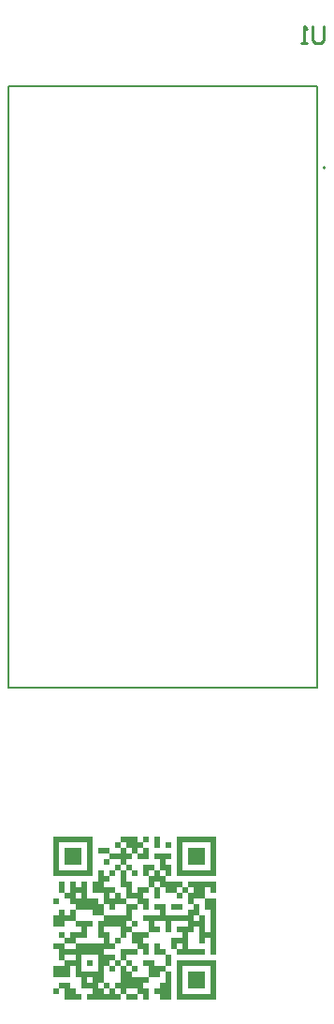
<source format=gbo>
G04*
G04 #@! TF.GenerationSoftware,Altium Limited,Altium Designer,23.3.1 (30)*
G04*
G04 Layer_Color=32896*
%FSLAX25Y25*%
%MOIN*%
G70*
G04*
G04 #@! TF.SameCoordinates,3938952C-0909-4C2D-B6D7-9D2AFB1CA47D*
G04*
G04*
G04 #@! TF.FilePolarity,Positive*
G04*
G01*
G75*
%ADD11C,0.01000*%
%ADD12C,0.00787*%
%ADD28C,0.00500*%
G36*
X555000Y170750D02*
Y170500D01*
Y170000D01*
X553000D01*
Y172000D01*
X555000D01*
Y170750D01*
D02*
G37*
G36*
X563000Y168000D02*
X561000D01*
Y170000D01*
X563000D01*
Y168000D01*
D02*
G37*
G36*
X559000D02*
X557000D01*
Y170250D01*
Y170500D01*
Y172000D01*
X559000D01*
Y168000D01*
D02*
G37*
G36*
X545000D02*
X547000D01*
Y167750D01*
Y167500D01*
Y166000D01*
X549000D01*
Y164000D01*
X547000D01*
Y162000D01*
X549000D01*
Y161500D01*
Y161250D01*
Y160000D01*
X551000D01*
Y158000D01*
X549000D01*
Y160000D01*
X547000D01*
Y162000D01*
X545000D01*
Y164000D01*
X541000D01*
Y166000D01*
X537000D01*
Y168000D01*
X541000D01*
Y166000D01*
X545000D01*
Y168000D01*
X543000D01*
Y170000D01*
X545000D01*
Y168000D01*
D02*
G37*
G36*
X551000Y170000D02*
X553000D01*
Y168000D01*
X555000D01*
Y166250D01*
Y166000D01*
Y164000D01*
X551000D01*
Y166000D01*
X549000D01*
Y168000D01*
X547000D01*
Y170000D01*
X545000D01*
Y172000D01*
X551000D01*
Y170000D01*
D02*
G37*
G36*
X541000Y162000D02*
X539000D01*
Y164000D01*
X541000D01*
Y162000D01*
D02*
G37*
G36*
X579000Y158000D02*
X565000D01*
Y158250D01*
Y172000D01*
X579000D01*
Y158000D01*
D02*
G37*
G36*
X563000Y164000D02*
X561000D01*
Y162000D01*
X563000D01*
Y158000D01*
X561000D01*
Y160000D01*
X559000D01*
Y164000D01*
X557000D01*
Y166000D01*
X563000D01*
Y164000D01*
D02*
G37*
G36*
X543000Y158000D02*
X541000D01*
Y159000D01*
Y159250D01*
Y160000D01*
X543000D01*
Y158000D01*
D02*
G37*
G36*
X535000D02*
X521000D01*
Y172000D01*
X535000D01*
Y158000D01*
D02*
G37*
G36*
X557000Y160000D02*
X559000D01*
Y158000D01*
X561000D01*
Y156000D01*
X567000D01*
Y154000D01*
X569000D01*
Y152000D01*
X571000D01*
Y152750D01*
Y153000D01*
Y154000D01*
X569000D01*
Y156000D01*
X579000D01*
Y152000D01*
X577000D01*
Y154000D01*
X575000D01*
Y150000D01*
X579000D01*
Y141250D01*
Y141000D01*
Y130000D01*
X577000D01*
Y136000D01*
X575000D01*
Y134000D01*
X573000D01*
Y140000D01*
X571000D01*
Y138000D01*
X569000D01*
Y132000D01*
X575000D01*
Y130000D01*
X565000D01*
Y132000D01*
X563000D01*
Y136000D01*
X567000D01*
Y138000D01*
X565000D01*
Y140000D01*
X569000D01*
Y142000D01*
X563000D01*
Y138000D01*
X561000D01*
Y142000D01*
X557000D01*
Y140000D01*
X559000D01*
Y138000D01*
X555000D01*
Y142000D01*
X553000D01*
Y144000D01*
X559000D01*
Y146000D01*
X557000D01*
Y148000D01*
X561000D01*
Y144000D01*
X569000D01*
Y146000D01*
X571000D01*
Y148000D01*
X569000D01*
Y152000D01*
X567000D01*
Y154000D01*
X565000D01*
Y152000D01*
X567000D01*
Y150000D01*
X565000D01*
Y152000D01*
X561000D01*
Y154000D01*
X559000D01*
Y156000D01*
X557000D01*
Y154000D01*
X559000D01*
Y152500D01*
Y152250D01*
Y150000D01*
X557000D01*
Y154000D01*
X555000D01*
Y158000D01*
X553000D01*
Y160000D01*
Y160250D01*
Y162000D01*
X557000D01*
Y160000D01*
D02*
G37*
G36*
X523000Y148000D02*
X521000D01*
Y150000D01*
X523000D01*
Y148000D01*
D02*
G37*
G36*
X567000Y146000D02*
X563000D01*
Y146250D01*
Y148000D01*
X567000D01*
Y146000D01*
D02*
G37*
G36*
X545000Y160000D02*
X547000D01*
Y156000D01*
X549000D01*
Y152000D01*
X551000D01*
Y154000D01*
X555000D01*
Y152000D01*
X553000D01*
Y150000D01*
X555000D01*
Y149500D01*
Y149250D01*
Y146000D01*
X553000D01*
Y148000D01*
X551000D01*
Y150000D01*
X547000D01*
Y154000D01*
X545000D01*
Y160000D01*
X543000D01*
Y160500D01*
Y160750D01*
Y162000D01*
X545000D01*
Y160000D01*
D02*
G37*
G36*
X539000Y158000D02*
X541000D01*
Y156000D01*
X539000D01*
Y154000D01*
X543000D01*
Y152000D01*
X545000D01*
Y150000D01*
X547000D01*
Y148000D01*
X551000D01*
Y146000D01*
X549000D01*
Y142000D01*
X551000D01*
Y140000D01*
X549000D01*
Y142000D01*
X547000D01*
Y140000D01*
X549000D01*
Y138000D01*
X555000D01*
Y136000D01*
X553000D01*
Y134000D01*
X555000D01*
Y130000D01*
X553000D01*
Y132000D01*
X551000D01*
Y134000D01*
X549000D01*
Y138000D01*
X547000D01*
Y136000D01*
X545000D01*
Y140000D01*
X539000D01*
Y138000D01*
X541000D01*
Y134000D01*
X543000D01*
Y132000D01*
X539000D01*
Y130000D01*
X543000D01*
Y128000D01*
X545000D01*
Y126000D01*
X547000D01*
Y124000D01*
X549000D01*
Y122000D01*
X555000D01*
Y120000D01*
X553000D01*
Y118000D01*
X555000D01*
Y114000D01*
X553000D01*
Y116000D01*
X551000D01*
Y118000D01*
X547000D01*
Y116000D01*
X551000D01*
Y114000D01*
X547000D01*
Y116000D01*
X545000D01*
Y118000D01*
X543000D01*
Y120000D01*
X545000D01*
Y126000D01*
X543000D01*
Y128000D01*
X541000D01*
Y126000D01*
X543000D01*
Y124000D01*
X541000D01*
Y126000D01*
X539000D01*
Y120000D01*
X541000D01*
Y118750D01*
Y118500D01*
Y118000D01*
X543000D01*
Y116000D01*
X545000D01*
Y114000D01*
X533000D01*
Y116000D01*
X535000D01*
Y118000D01*
X531000D01*
Y122000D01*
X529000D01*
Y126000D01*
X527000D01*
Y122000D01*
X521000D01*
Y126000D01*
X525000D01*
Y128000D01*
X523000D01*
Y132000D01*
X521000D01*
Y134000D01*
X525000D01*
Y132000D01*
X529000D01*
Y134000D01*
X525000D01*
Y136000D01*
X523000D01*
Y137500D01*
Y137750D01*
Y138000D01*
X525000D01*
Y136000D01*
X527000D01*
Y138000D01*
X531000D01*
Y138250D01*
Y138500D01*
Y140000D01*
X529000D01*
Y142000D01*
X525000D01*
Y140000D01*
X521000D01*
Y144000D01*
X523000D01*
Y146000D01*
X525000D01*
Y144000D01*
X527000D01*
Y146000D01*
X529000D01*
Y145000D01*
Y144750D01*
Y142000D01*
X535000D01*
Y140000D01*
X533000D01*
Y136000D01*
X529000D01*
Y134000D01*
X539000D01*
Y136000D01*
X537000D01*
Y142000D01*
X539000D01*
Y144000D01*
X535000D01*
Y146000D01*
X529000D01*
Y148000D01*
X527000D01*
Y149500D01*
Y149750D01*
Y150000D01*
X525000D01*
Y152000D01*
X523000D01*
Y156000D01*
X525000D01*
Y154000D01*
Y153750D01*
Y152000D01*
X527000D01*
Y156000D01*
X529000D01*
Y154000D01*
X531000D01*
Y156000D01*
X533000D01*
Y150000D01*
X537000D01*
Y148000D01*
X539000D01*
Y144000D01*
X547000D01*
Y148000D01*
X543000D01*
Y146000D01*
X541000D01*
Y148000D01*
X539000D01*
Y152000D01*
X535000D01*
Y156000D01*
X537000D01*
Y160000D01*
X539000D01*
Y158000D01*
D02*
G37*
G36*
X545000Y134000D02*
X543000D01*
Y134250D01*
Y134500D01*
Y136000D01*
X545000D01*
Y134000D01*
D02*
G37*
G36*
X559000Y132000D02*
X561000D01*
Y130000D01*
X563000D01*
Y126000D01*
X561000D01*
Y127750D01*
Y128000D01*
Y130000D01*
X557000D01*
Y134000D01*
X559000D01*
Y132000D01*
D02*
G37*
G36*
X551000Y130500D02*
Y130250D01*
Y130000D01*
X547000D01*
Y128000D01*
X549000D01*
Y126000D01*
X551000D01*
Y124000D01*
X549000D01*
Y126000D01*
X547000D01*
Y128000D01*
X545000D01*
Y132000D01*
X551000D01*
Y130500D01*
D02*
G37*
G36*
X523000Y116000D02*
X521000D01*
Y116500D01*
Y116750D01*
Y118000D01*
X523000D01*
Y116000D01*
D02*
G37*
G36*
X579000Y114000D02*
X565000D01*
Y128000D01*
X579000D01*
Y114000D01*
D02*
G37*
G36*
X557000Y126000D02*
X561000D01*
Y124000D01*
X563000D01*
Y114000D01*
X559000D01*
Y116000D01*
X557000D01*
Y118000D01*
X559000D01*
Y120000D01*
X561000D01*
Y124000D01*
X559000D01*
Y122000D01*
X555000D01*
Y126000D01*
X553000D01*
Y128000D01*
X557000D01*
Y126000D01*
D02*
G37*
G36*
X527000Y118000D02*
X529000D01*
Y116000D01*
X531000D01*
Y114000D01*
X525000D01*
Y118000D01*
X523000D01*
Y120000D01*
X527000D01*
Y118000D01*
D02*
G37*
%LPC*%
G36*
X553000Y168000D02*
X551000D01*
Y166000D01*
X553000D01*
Y168000D01*
D02*
G37*
G36*
X577000Y170000D02*
X567000D01*
Y160000D01*
X577000D01*
Y170000D01*
D02*
G37*
%LPD*%
G36*
X575000Y162000D02*
X569000D01*
Y168000D01*
X575000D01*
Y162000D01*
D02*
G37*
%LPC*%
G36*
X533000Y170000D02*
X523000D01*
Y160000D01*
X533000D01*
Y170000D01*
D02*
G37*
%LPD*%
G36*
X531000Y162000D02*
X525000D01*
Y168000D01*
X531000D01*
Y162000D01*
D02*
G37*
%LPC*%
G36*
X557000Y160000D02*
X555000D01*
Y158000D01*
X557000D01*
Y160000D01*
D02*
G37*
G36*
X573000Y144000D02*
X571000D01*
Y142000D01*
X573000D01*
Y144000D01*
D02*
G37*
G36*
X575000Y150000D02*
X571000D01*
Y148000D01*
X573000D01*
Y144000D01*
X575000D01*
Y138000D01*
X577000D01*
Y146000D01*
X575000D01*
Y150000D01*
D02*
G37*
G36*
X567000Y134000D02*
X565000D01*
Y132000D01*
X567000D01*
Y134000D01*
D02*
G37*
G36*
X543000Y152000D02*
X541000D01*
Y150000D01*
X543000D01*
Y152000D01*
D02*
G37*
G36*
X531000D02*
X529000D01*
Y151500D01*
Y151250D01*
Y150000D01*
X531000D01*
Y152000D01*
D02*
G37*
G36*
X529000Y130000D02*
X525000D01*
Y128000D01*
X529000D01*
Y130000D01*
D02*
G37*
G36*
X537000D02*
X531000D01*
Y124000D01*
X537000D01*
Y124250D01*
Y130000D01*
D02*
G37*
G36*
X535000Y122000D02*
X533000D01*
Y120000D01*
X535000D01*
Y122000D01*
D02*
G37*
G36*
X539000Y120000D02*
X537000D01*
Y118000D01*
X539000D01*
Y116000D01*
X541000D01*
Y118000D01*
X539000D01*
Y120000D01*
D02*
G37*
%LPD*%
G36*
X535000Y126000D02*
X533000D01*
Y128000D01*
X535000D01*
Y126000D01*
D02*
G37*
%LPC*%
G36*
X577000D02*
X567000D01*
Y116000D01*
X577000D01*
Y126000D01*
D02*
G37*
%LPD*%
G36*
X575000Y118000D02*
X569000D01*
Y124000D01*
X575000D01*
Y118000D01*
D02*
G37*
D11*
X617250Y460453D02*
Y455454D01*
X616250Y454455D01*
X614251D01*
X613251Y455454D01*
Y460453D01*
X611252Y454455D02*
X609253D01*
X610252D01*
Y460453D01*
X611252Y459453D01*
D12*
X617874Y410000D02*
G03*
X617874Y410000I-394J0D01*
G01*
D28*
X505079Y224921D02*
X614921D01*
X505079D02*
Y439094D01*
X614921D01*
Y224921D02*
Y439094D01*
M02*

</source>
